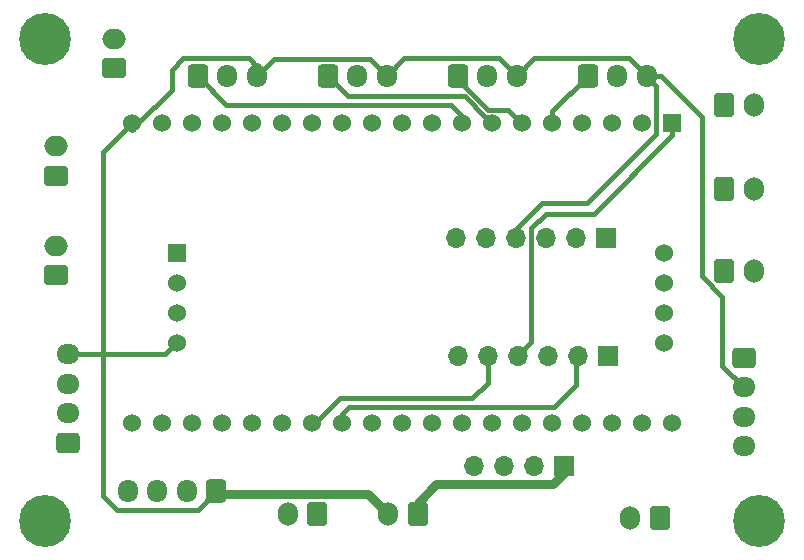
<source format=gtl>
%TF.GenerationSoftware,KiCad,Pcbnew,8.0.4*%
%TF.CreationDate,2024-08-29T11:46:15+07:00*%
%TF.ProjectId,ESP32,45535033-322e-46b6-9963-61645f706362,rev?*%
%TF.SameCoordinates,Original*%
%TF.FileFunction,Copper,L1,Top*%
%TF.FilePolarity,Positive*%
%FSLAX46Y46*%
G04 Gerber Fmt 4.6, Leading zero omitted, Abs format (unit mm)*
G04 Created by KiCad (PCBNEW 8.0.4) date 2024-08-29 11:46:15*
%MOMM*%
%LPD*%
G01*
G04 APERTURE LIST*
G04 Aperture macros list*
%AMRoundRect*
0 Rectangle with rounded corners*
0 $1 Rounding radius*
0 $2 $3 $4 $5 $6 $7 $8 $9 X,Y pos of 4 corners*
0 Add a 4 corners polygon primitive as box body*
4,1,4,$2,$3,$4,$5,$6,$7,$8,$9,$2,$3,0*
0 Add four circle primitives for the rounded corners*
1,1,$1+$1,$2,$3*
1,1,$1+$1,$4,$5*
1,1,$1+$1,$6,$7*
1,1,$1+$1,$8,$9*
0 Add four rect primitives between the rounded corners*
20,1,$1+$1,$2,$3,$4,$5,0*
20,1,$1+$1,$4,$5,$6,$7,0*
20,1,$1+$1,$6,$7,$8,$9,0*
20,1,$1+$1,$8,$9,$2,$3,0*%
G04 Aperture macros list end*
%TA.AperFunction,ComponentPad*%
%ADD10R,1.700000X1.700000*%
%TD*%
%TA.AperFunction,ComponentPad*%
%ADD11O,1.700000X1.700000*%
%TD*%
%TA.AperFunction,ComponentPad*%
%ADD12O,1.700000X2.000000*%
%TD*%
%TA.AperFunction,ComponentPad*%
%ADD13RoundRect,0.250000X0.600000X0.750000X-0.600000X0.750000X-0.600000X-0.750000X0.600000X-0.750000X0*%
%TD*%
%TA.AperFunction,ComponentPad*%
%ADD14RoundRect,0.250000X-0.600000X-0.725000X0.600000X-0.725000X0.600000X0.725000X-0.600000X0.725000X0*%
%TD*%
%TA.AperFunction,ComponentPad*%
%ADD15O,1.700000X1.950000*%
%TD*%
%TA.AperFunction,ComponentPad*%
%ADD16RoundRect,0.250000X0.750000X-0.600000X0.750000X0.600000X-0.750000X0.600000X-0.750000X-0.600000X0*%
%TD*%
%TA.AperFunction,ComponentPad*%
%ADD17O,2.000000X1.700000*%
%TD*%
%TA.AperFunction,ComponentPad*%
%ADD18C,4.400000*%
%TD*%
%TA.AperFunction,ComponentPad*%
%ADD19RoundRect,0.250000X-0.600000X-0.750000X0.600000X-0.750000X0.600000X0.750000X-0.600000X0.750000X0*%
%TD*%
%TA.AperFunction,ComponentPad*%
%ADD20RoundRect,0.250000X-0.725000X0.600000X-0.725000X-0.600000X0.725000X-0.600000X0.725000X0.600000X0*%
%TD*%
%TA.AperFunction,ComponentPad*%
%ADD21O,1.950000X1.700000*%
%TD*%
%TA.AperFunction,ComponentPad*%
%ADD22R,1.530000X1.530000*%
%TD*%
%TA.AperFunction,ComponentPad*%
%ADD23C,1.530000*%
%TD*%
%TA.AperFunction,ComponentPad*%
%ADD24RoundRect,0.250000X0.600000X0.725000X-0.600000X0.725000X-0.600000X-0.725000X0.600000X-0.725000X0*%
%TD*%
%TA.AperFunction,ComponentPad*%
%ADD25RoundRect,0.250000X0.725000X-0.600000X0.725000X0.600000X-0.725000X0.600000X-0.725000X-0.600000X0*%
%TD*%
%TA.AperFunction,Conductor*%
%ADD26C,0.400000*%
%TD*%
%TA.AperFunction,Conductor*%
%ADD27C,0.800000*%
%TD*%
G04 APERTURE END LIST*
D10*
%TO.P,J7,1,Pin_1*%
%TO.N,Net-(J17-Pin_1)*%
X81000000Y-100500000D03*
D11*
%TO.P,J7,2,Pin_2*%
%TO.N,unconnected-(J7-Pin_2-Pad2)*%
X78460000Y-100500000D03*
%TO.P,J7,3,Pin_3*%
%TO.N,unconnected-(J7-Pin_3-Pad3)*%
X75920000Y-100500000D03*
%TO.P,J7,4,Pin_4*%
%TO.N,GND*%
X73380000Y-100500000D03*
%TD*%
D12*
%TO.P,J17,2,Pin_2*%
%TO.N,+5V*%
X66100000Y-104575000D03*
D13*
%TO.P,J17,1,Pin_1*%
%TO.N,Net-(J17-Pin_1)*%
X68600000Y-104575000D03*
%TD*%
D14*
%TO.P,J2,1,Pin_1*%
%TO.N,/ana2*%
X71975000Y-67482500D03*
D15*
%TO.P,J2,2,Pin_2*%
%TO.N,GND*%
X74475000Y-67482500D03*
%TO.P,J2,3,Pin_3*%
%TO.N,+5V*%
X76975000Y-67482500D03*
%TD*%
D14*
%TO.P,J3,1,Pin_1*%
%TO.N,/dig1*%
X60975000Y-67482500D03*
D15*
%TO.P,J3,2,Pin_2*%
%TO.N,GND*%
X63475000Y-67482500D03*
%TO.P,J3,3,Pin_3*%
%TO.N,+5V*%
X65975000Y-67482500D03*
%TD*%
D16*
%TO.P,J13,1,Pin_1*%
%TO.N,Net-(J13-Pin_1)*%
X42900000Y-66857500D03*
D17*
%TO.P,J13,2,Pin_2*%
%TO.N,GND*%
X42900000Y-64357500D03*
%TD*%
D10*
%TO.P,J9,1,Pin_1*%
%TO.N,/HV4*%
X84555000Y-81225000D03*
D11*
%TO.P,J9,2,Pin_2*%
%TO.N,/HV3*%
X82015000Y-81225000D03*
%TO.P,J9,3,Pin_3*%
%TO.N,GND*%
X79475000Y-81225000D03*
%TO.P,J9,4,Pin_4*%
%TO.N,+5V*%
X76935000Y-81225000D03*
%TO.P,J9,5,Pin_5*%
%TO.N,/HV2*%
X74395000Y-81225000D03*
%TO.P,J9,6,Pin_6*%
%TO.N,/HV1*%
X71855000Y-81225000D03*
%TD*%
D18*
%TO.P,J21,1,Pin_1*%
%TO.N,unconnected-(J21-Pin_1-Pad1)*%
X97525000Y-105150000D03*
%TD*%
D19*
%TO.P,J12,1,Pin_1*%
%TO.N,Net-(J12-Pin_1)*%
X94525000Y-84050000D03*
D12*
%TO.P,J12,2,Pin_2*%
%TO.N,GND*%
X97025000Y-84050000D03*
%TD*%
D18*
%TO.P,J23,1,Pin_1*%
%TO.N,unconnected-(J23-Pin_1-Pad1)*%
X37050000Y-105150000D03*
%TD*%
D20*
%TO.P,J18,1,Pin_1*%
%TO.N,GND*%
X96200000Y-91350000D03*
D21*
%TO.P,J18,2,Pin_2*%
%TO.N,+5V*%
X96200000Y-93850000D03*
%TO.P,J18,3,Pin_3*%
%TO.N,/IO21*%
X96200000Y-96350000D03*
%TO.P,J18,4,Pin_4*%
%TO.N,/IO22*%
X96200000Y-98850000D03*
%TD*%
D13*
%TO.P,J20,1,Pin_1*%
%TO.N,/IO5*%
X60100000Y-104575000D03*
D12*
%TO.P,J20,2,Pin_2*%
%TO.N,GND*%
X57600000Y-104575000D03*
%TD*%
D19*
%TO.P,J11,1,Pin_1*%
%TO.N,Net-(J11-Pin_1)*%
X94525000Y-77050000D03*
D12*
%TO.P,J11,2,Pin_2*%
%TO.N,GND*%
X97025000Y-77050000D03*
%TD*%
D14*
%TO.P,J4,1,Pin_1*%
%TO.N,/dig2*%
X49975000Y-67507500D03*
D15*
%TO.P,J4,2,Pin_2*%
%TO.N,GND*%
X52475000Y-67507500D03*
%TO.P,J4,3,Pin_3*%
%TO.N,+5V*%
X54975000Y-67507500D03*
%TD*%
D10*
%TO.P,J10,1,Pin_1*%
%TO.N,/LV4*%
X84675000Y-91175000D03*
D11*
%TO.P,J10,2,Pin_2*%
%TO.N,/LV3*%
X82135000Y-91175000D03*
%TO.P,J10,3,Pin_3*%
%TO.N,GND*%
X79595000Y-91175000D03*
%TO.P,J10,4,Pin_4*%
%TO.N,/LV*%
X77055000Y-91175000D03*
%TO.P,J10,5,Pin_5*%
%TO.N,/LV2*%
X74515000Y-91175000D03*
%TO.P,J10,6,Pin_6*%
%TO.N,/LV1*%
X71975000Y-91175000D03*
%TD*%
D19*
%TO.P,J8,1,Pin_1*%
%TO.N,Net-(J8-Pin_1)*%
X94525000Y-69975000D03*
D12*
%TO.P,J8,2,Pin_2*%
%TO.N,GND*%
X97025000Y-69975000D03*
%TD*%
D16*
%TO.P,J14,1,Pin_1*%
%TO.N,Net-(J14-Pin_1)*%
X38000000Y-75950000D03*
D17*
%TO.P,J14,2,Pin_2*%
%TO.N,GND*%
X38000000Y-73450000D03*
%TD*%
D13*
%TO.P,J16,1,Pin_1*%
%TO.N,Net-(J16-Pin_1)*%
X89075000Y-104900000D03*
D12*
%TO.P,J16,2,Pin_2*%
%TO.N,GND*%
X86575000Y-104900000D03*
%TD*%
D22*
%TO.P,U1,1,3V3*%
%TO.N,/LV*%
X90140000Y-71505000D03*
D23*
%TO.P,U1,2,EN*%
%TO.N,unconnected-(U1-EN-Pad2)*%
X87600000Y-71505000D03*
%TO.P,U1,3,SENSOR_VP*%
%TO.N,unconnected-(U1-SENSOR_VP-Pad3)*%
X85060000Y-71505000D03*
%TO.P,U1,4,SENSOR_VN*%
%TO.N,unconnected-(U1-SENSOR_VN-Pad4)*%
X82520000Y-71505000D03*
%TO.P,U1,5,IO34*%
%TO.N,/ana1*%
X79980000Y-71505000D03*
%TO.P,U1,6,IO35*%
%TO.N,/ana2*%
X77440000Y-71505000D03*
%TO.P,U1,7,IO32*%
%TO.N,/dig1*%
X74900000Y-71505000D03*
%TO.P,U1,8,IO33*%
%TO.N,/dig2*%
X72360000Y-71505000D03*
%TO.P,U1,9,IO25*%
%TO.N,/IO25*%
X69820000Y-71505000D03*
%TO.P,U1,10,IO26*%
%TO.N,/IO26*%
X67280000Y-71505000D03*
%TO.P,U1,11,IO27*%
%TO.N,/IO27*%
X64740000Y-71505000D03*
%TO.P,U1,12,IO14*%
%TO.N,/IO14*%
X62200000Y-71505000D03*
%TO.P,U1,13,IO12*%
%TO.N,/IO12*%
X59660000Y-71505000D03*
%TO.P,U1,14,GND1*%
%TO.N,unconnected-(U1-GND1-Pad14)*%
X57120000Y-71505000D03*
%TO.P,U1,15,IO13*%
%TO.N,/IO13*%
X54580000Y-71505000D03*
%TO.P,U1,16,SD2*%
%TO.N,unconnected-(U1-SD2-Pad16)*%
X52040000Y-71505000D03*
%TO.P,U1,17,SD3*%
%TO.N,unconnected-(U1-SD3-Pad17)*%
X49500000Y-71505000D03*
%TO.P,U1,18,CMD*%
%TO.N,unconnected-(U1-CMD-Pad18)*%
X46960000Y-71505000D03*
%TO.P,U1,19,EXT_5V*%
%TO.N,+5V*%
X44420000Y-71505000D03*
%TO.P,U1,20,CLK*%
%TO.N,unconnected-(U1-CLK-Pad20)*%
X44420000Y-96905000D03*
%TO.P,U1,21,SD0*%
%TO.N,unconnected-(U1-SD0-Pad21)*%
X46960000Y-96905000D03*
%TO.P,U1,22,SD1*%
%TO.N,unconnected-(U1-SD1-Pad22)*%
X49500000Y-96905000D03*
%TO.P,U1,23,IO15*%
%TO.N,/IO15*%
X52040000Y-96905000D03*
%TO.P,U1,24,IO2*%
%TO.N,/IO2*%
X54580000Y-96905000D03*
%TO.P,U1,25,IO0*%
%TO.N,unconnected-(U1-IO0-Pad25)*%
X57120000Y-96905000D03*
%TO.P,U1,26,IO4*%
%TO.N,/LV2*%
X59660000Y-96905000D03*
%TO.P,U1,27,IO16*%
%TO.N,/LV3*%
X62200000Y-96905000D03*
%TO.P,U1,28,IO17*%
%TO.N,/LV1*%
X64740000Y-96905000D03*
%TO.P,U1,29,IO5*%
%TO.N,/IO5*%
X67280000Y-96905000D03*
%TO.P,U1,30,IO18*%
%TO.N,unconnected-(U1-IO18-Pad30)*%
X69820000Y-96905000D03*
%TO.P,U1,31,IO19*%
%TO.N,unconnected-(U1-IO19-Pad31)*%
X72360000Y-96905000D03*
%TO.P,U1,32,GND2*%
%TO.N,unconnected-(U1-GND2-Pad32)*%
X74900000Y-96905000D03*
%TO.P,U1,33,IO21*%
%TO.N,/IO21*%
X77440000Y-96905000D03*
%TO.P,U1,34,RXD0*%
%TO.N,unconnected-(U1-RXD0-Pad34)*%
X79980000Y-96905000D03*
%TO.P,U1,35,TXD0*%
%TO.N,unconnected-(U1-TXD0-Pad35)*%
X82520000Y-96905000D03*
%TO.P,U1,36,IO22*%
%TO.N,/IO22*%
X85060000Y-96905000D03*
%TO.P,U1,37,IO23*%
%TO.N,/IO23*%
X87600000Y-96905000D03*
%TO.P,U1,38,GND3*%
%TO.N,GND*%
X90140000Y-96905000D03*
%TD*%
D24*
%TO.P,J5,1,Pin_1*%
%TO.N,+5V*%
X51525000Y-102642500D03*
D15*
%TO.P,J5,2,Pin_2*%
%TO.N,/IO2*%
X49025000Y-102642500D03*
%TO.P,J5,3,Pin_3*%
%TO.N,/IO15*%
X46525000Y-102642500D03*
%TO.P,J5,4,Pin_4*%
%TO.N,GND*%
X44025000Y-102642500D03*
%TD*%
D25*
%TO.P,J6,1,Pin_1*%
%TO.N,GND*%
X39007500Y-98550000D03*
D21*
%TO.P,J6,2,Pin_2*%
%TO.N,/B*%
X39007500Y-96050000D03*
%TO.P,J6,3,Pin_3*%
%TO.N,/A*%
X39007500Y-93550000D03*
%TO.P,J6,4,Pin_4*%
%TO.N,+5V*%
X39007500Y-91050000D03*
%TD*%
D16*
%TO.P,J15,1,Pin_1*%
%TO.N,Net-(J15-Pin_1)*%
X38000000Y-84375000D03*
D17*
%TO.P,J15,2,Pin_2*%
%TO.N,GND*%
X38000000Y-81875000D03*
%TD*%
D22*
%TO.P,ESP32,1,GND*%
%TO.N,GND*%
X48203500Y-82490000D03*
D23*
%TO.P,ESP32,2,A*%
%TO.N,/A*%
X48203500Y-85030000D03*
%TO.P,ESP32,3,B*%
%TO.N,/B*%
X48203500Y-87570000D03*
%TO.P,ESP32,4,VCC*%
%TO.N,+5V*%
X48203500Y-90110000D03*
%TO.P,ESP32,5,RO*%
%TO.N,/HV1*%
X89423500Y-90110000D03*
%TO.P,ESP32,6,RE*%
%TO.N,/HV2*%
X89423500Y-87570000D03*
%TO.P,ESP32,7,DE*%
X89423500Y-85030000D03*
%TO.P,ESP32,8,DI*%
%TO.N,/HV3*%
X89423500Y-82490000D03*
%TD*%
D14*
%TO.P,J1,1,Pin_1*%
%TO.N,/ana1*%
X82975000Y-67482500D03*
D15*
%TO.P,J1,2,Pin_2*%
%TO.N,GND*%
X85475000Y-67482500D03*
%TO.P,J1,3,Pin_3*%
%TO.N,+5V*%
X87975000Y-67482500D03*
%TD*%
D18*
%TO.P,J19,1,Pin_1*%
%TO.N,unconnected-(J19-Pin_1-Pad1)*%
X97475000Y-64375000D03*
%TD*%
%TO.P,J22,1,Pin_1*%
%TO.N,unconnected-(J22-Pin_1-Pad1)*%
X37050000Y-64350000D03*
%TD*%
D26*
%TO.N,+5V*%
X48750000Y-66000000D02*
X54275000Y-66000000D01*
X47750000Y-67000000D02*
X48750000Y-66000000D01*
X47750000Y-68650000D02*
X47750000Y-67000000D01*
X44795000Y-71605000D02*
X47750000Y-68650000D01*
X44420000Y-71605000D02*
X44795000Y-71605000D01*
X54275000Y-66000000D02*
X54975000Y-66700000D01*
X56407500Y-66075000D02*
X64567500Y-66075000D01*
X54975000Y-67507500D02*
X56407500Y-66075000D01*
X64567500Y-66075000D02*
X65975000Y-67482500D01*
X86492500Y-66000000D02*
X87975000Y-67482500D01*
X78457500Y-66000000D02*
X86492500Y-66000000D01*
X76975000Y-67482500D02*
X78457500Y-66000000D01*
X75492500Y-66000000D02*
X76975000Y-67482500D01*
X67457500Y-66000000D02*
X75492500Y-66000000D01*
X65975000Y-67482500D02*
X67457500Y-66000000D01*
X51525000Y-102642500D02*
X49950000Y-104217500D01*
X49950000Y-104217500D02*
X46925000Y-104217500D01*
X48339390Y-104217500D02*
X47210610Y-104217500D01*
X47238500Y-91075000D02*
X48203500Y-90110000D01*
X39032500Y-91075000D02*
X47238500Y-91075000D01*
D27*
X39082500Y-90975000D02*
X39007500Y-91050000D01*
X39007500Y-91050000D02*
X39032500Y-91075000D01*
D26*
%TO.N,/LV3*%
X82000000Y-93700000D02*
X82000000Y-91310000D01*
X80150000Y-95550000D02*
X82000000Y-93700000D01*
X62800000Y-95550000D02*
X80150000Y-95550000D01*
X62200000Y-96150000D02*
X62800000Y-95550000D01*
X82000000Y-91310000D02*
X82135000Y-91175000D01*
X62200000Y-96905000D02*
X62200000Y-96150000D01*
%TO.N,/LV2*%
X73175000Y-94800000D02*
X74515000Y-93460000D01*
X74515000Y-93460000D02*
X74515000Y-91175000D01*
X62025000Y-94800000D02*
X73175000Y-94800000D01*
X59920000Y-96905000D02*
X62025000Y-94800000D01*
X59660000Y-96905000D02*
X59920000Y-96905000D01*
%TO.N,+5V*%
X88800000Y-72425000D02*
X88800000Y-68307500D01*
X82950000Y-78275000D02*
X88800000Y-72425000D01*
X79125000Y-78275000D02*
X82950000Y-78275000D01*
X76935000Y-80465000D02*
X79125000Y-78275000D01*
X88800000Y-68307500D02*
X87975000Y-67482500D01*
X76935000Y-81225000D02*
X76935000Y-80465000D01*
X89157500Y-67482500D02*
X87975000Y-67482500D01*
X92675000Y-71000000D02*
X89157500Y-67482500D01*
X92675000Y-84476166D02*
X92675000Y-71000000D01*
X94375000Y-86176166D02*
X92675000Y-84476166D01*
X94375000Y-92025000D02*
X94375000Y-86176166D01*
X96200000Y-93850000D02*
X94375000Y-92025000D01*
%TO.N,/dig2*%
X71425000Y-69925000D02*
X52392500Y-69925000D01*
X52392500Y-69925000D02*
X50042500Y-67575000D01*
X72360000Y-70860000D02*
X71425000Y-69925000D01*
X72360000Y-71505000D02*
X72360000Y-70860000D01*
%TO.N,/dig1*%
X72576472Y-69200000D02*
X62692500Y-69200000D01*
X74316472Y-70940000D02*
X72576472Y-69200000D01*
X74335000Y-70940000D02*
X74316472Y-70940000D01*
X74900000Y-71505000D02*
X74335000Y-70940000D01*
X62692500Y-69200000D02*
X60975000Y-67482500D01*
D27*
%TO.N,Net-(J17-Pin_1)*%
X81000000Y-101150000D02*
X81000000Y-100500000D01*
X80075000Y-102075000D02*
X81000000Y-101150000D01*
X70150000Y-102075000D02*
X80075000Y-102075000D01*
X68600000Y-103625000D02*
X70150000Y-102075000D01*
X68600000Y-104575000D02*
X68600000Y-103625000D01*
%TO.N,+5V*%
X64400000Y-102875000D02*
X66100000Y-104575000D01*
X51757500Y-102875000D02*
X64400000Y-102875000D01*
X51525000Y-102642500D02*
X51757500Y-102875000D01*
D26*
X41950000Y-73975000D02*
X44420000Y-71505000D01*
X43142500Y-104217500D02*
X41950000Y-103025000D01*
X47125610Y-104217500D02*
X43142500Y-104217500D01*
X41950000Y-103025000D02*
X41950000Y-73975000D01*
%TO.N,/IO15*%
X52040000Y-96905000D02*
X52055000Y-96905000D01*
%TO.N,+5V*%
X76935000Y-81225000D02*
X76750000Y-81225000D01*
D27*
X44420000Y-71920000D02*
X44420000Y-71605000D01*
X54975000Y-66700000D02*
X54975000Y-67507500D01*
D26*
%TO.N,/ana1*%
X79980000Y-71505000D02*
X79980000Y-70477500D01*
X79980000Y-70477500D02*
X82975000Y-67482500D01*
%TO.N,/LV*%
X79450000Y-79150000D02*
X78225000Y-80375000D01*
X90140000Y-72510000D02*
X83500000Y-79150000D01*
X77055000Y-90670000D02*
X77055000Y-91175000D01*
X90140000Y-72085000D02*
X90140000Y-72510000D01*
X77500000Y-91175000D02*
X77055000Y-91175000D01*
X78225000Y-80375000D02*
X78225000Y-90005000D01*
X78225000Y-90005000D02*
X77055000Y-91175000D01*
X83500000Y-79150000D02*
X79450000Y-79150000D01*
%TO.N,/ana2*%
X76275000Y-70340000D02*
X74565000Y-70340000D01*
X74565000Y-70340000D02*
X71775000Y-67550000D01*
X77440000Y-71505000D02*
X76275000Y-70340000D01*
%TO.N,/B*%
X48178500Y-87570000D02*
X48178500Y-88028500D01*
%TD*%
M02*

</source>
